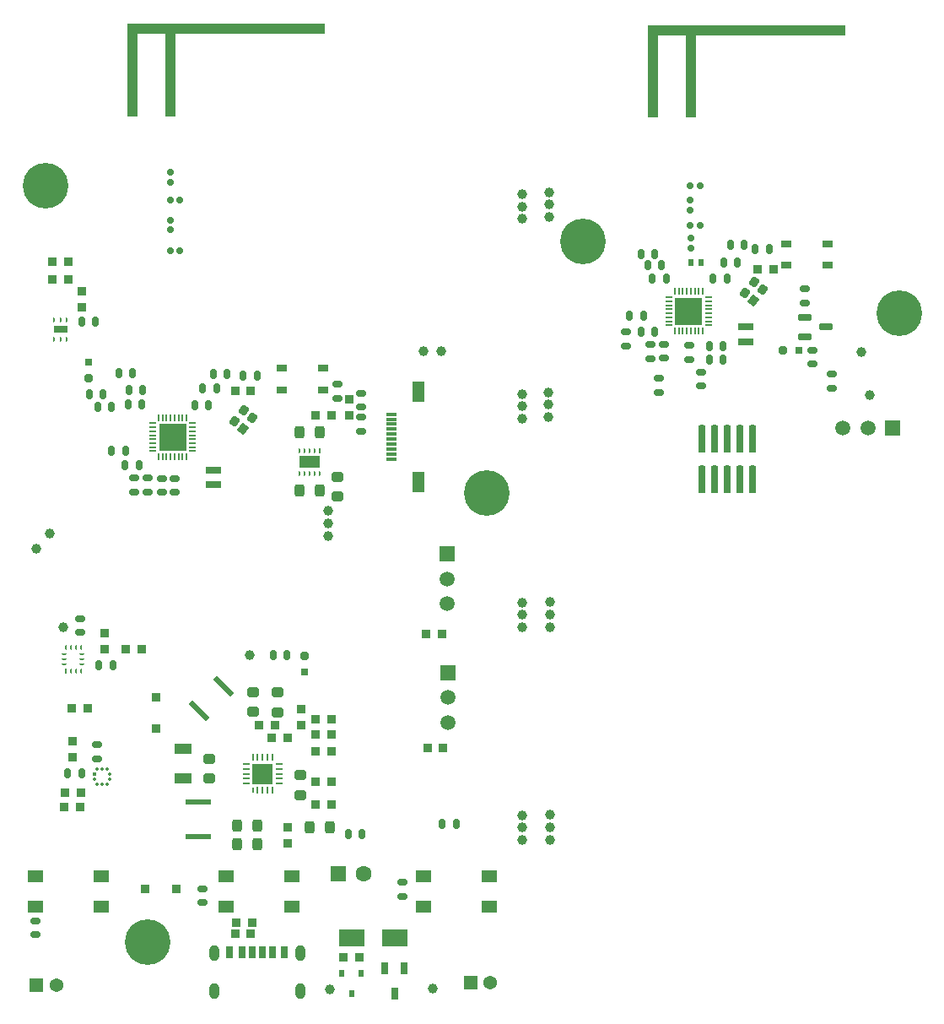
<source format=gbr>
G04*
G04 #@! TF.GenerationSoftware,Altium Limited,Altium Designer,24.10.1 (45)*
G04*
G04 Layer_Color=255*
%FSLAX44Y44*%
%MOMM*%
G71*
G04*
G04 #@! TF.SameCoordinates,58AE560C-37F5-4C9B-8F18-908462E99DB1*
G04*
G04*
G04 #@! TF.FilePolarity,Positive*
G04*
G01*
G75*
G04:AMPARAMS|DCode=26|XSize=0.25mm|YSize=0.5mm|CornerRadius=0.0625mm|HoleSize=0mm|Usage=FLASHONLY|Rotation=0.000|XOffset=0mm|YOffset=0mm|HoleType=Round|Shape=RoundedRectangle|*
%AMROUNDEDRECTD26*
21,1,0.2500,0.3750,0,0,0.0*
21,1,0.1250,0.5000,0,0,0.0*
1,1,0.1250,0.0625,-0.1875*
1,1,0.1250,-0.0625,-0.1875*
1,1,0.1250,-0.0625,0.1875*
1,1,0.1250,0.0625,0.1875*
%
%ADD26ROUNDEDRECTD26*%
%ADD27R,1.3500X0.6500*%
%ADD28C,1.0000*%
G04:AMPARAMS|DCode=29|XSize=1.3mm|YSize=0.6mm|CornerRadius=0.075mm|HoleSize=0mm|Usage=FLASHONLY|Rotation=0.000|XOffset=0mm|YOffset=0mm|HoleType=Round|Shape=RoundedRectangle|*
%AMROUNDEDRECTD29*
21,1,1.3000,0.4500,0,0,0.0*
21,1,1.1500,0.6000,0,0,0.0*
1,1,0.1500,0.5750,-0.2250*
1,1,0.1500,-0.5750,-0.2250*
1,1,0.1500,-0.5750,0.2250*
1,1,0.1500,0.5750,0.2250*
%
%ADD29ROUNDEDRECTD29*%
G04:AMPARAMS|DCode=30|XSize=0.6mm|YSize=0.7mm|CornerRadius=0.15mm|HoleSize=0mm|Usage=FLASHONLY|Rotation=0.000|XOffset=0mm|YOffset=0mm|HoleType=Round|Shape=RoundedRectangle|*
%AMROUNDEDRECTD30*
21,1,0.6000,0.4000,0,0,0.0*
21,1,0.3000,0.7000,0,0,0.0*
1,1,0.3000,0.1500,-0.2000*
1,1,0.3000,-0.1500,-0.2000*
1,1,0.3000,-0.1500,0.2000*
1,1,0.3000,0.1500,0.2000*
%
%ADD30ROUNDEDRECTD30*%
G04:AMPARAMS|DCode=31|XSize=0.7mm|YSize=1mm|CornerRadius=0.175mm|HoleSize=0mm|Usage=FLASHONLY|Rotation=90.000|XOffset=0mm|YOffset=0mm|HoleType=Round|Shape=RoundedRectangle|*
%AMROUNDEDRECTD31*
21,1,0.7000,0.6500,0,0,90.0*
21,1,0.3500,1.0000,0,0,90.0*
1,1,0.3500,0.3250,0.1750*
1,1,0.3500,0.3250,-0.1750*
1,1,0.3500,-0.3250,-0.1750*
1,1,0.3500,-0.3250,0.1750*
%
%ADD31ROUNDEDRECTD31*%
%ADD32R,0.2500X0.5000*%
G04:AMPARAMS|DCode=33|XSize=0.5mm|YSize=0.25mm|CornerRadius=0.0625mm|HoleSize=0mm|Usage=FLASHONLY|Rotation=270.000|XOffset=0mm|YOffset=0mm|HoleType=Round|Shape=RoundedRectangle|*
%AMROUNDEDRECTD33*
21,1,0.5000,0.1250,0,0,270.0*
21,1,0.3750,0.2500,0,0,270.0*
1,1,0.1250,-0.0625,-0.1875*
1,1,0.1250,-0.0625,0.1875*
1,1,0.1250,0.0625,0.1875*
1,1,0.1250,0.0625,-0.1875*
%
%ADD33ROUNDEDRECTD33*%
%ADD34R,2.0000X1.2000*%
G04:AMPARAMS|DCode=35|XSize=1.2mm|YSize=1mm|CornerRadius=0.25mm|HoleSize=0mm|Usage=FLASHONLY|Rotation=90.000|XOffset=0mm|YOffset=0mm|HoleType=Round|Shape=RoundedRectangle|*
%AMROUNDEDRECTD35*
21,1,1.2000,0.5000,0,0,90.0*
21,1,0.7000,1.0000,0,0,90.0*
1,1,0.5000,0.2500,0.3500*
1,1,0.5000,0.2500,-0.3500*
1,1,0.5000,-0.2500,-0.3500*
1,1,0.5000,-0.2500,0.3500*
%
%ADD35ROUNDEDRECTD35*%
G04:AMPARAMS|DCode=36|XSize=1.2mm|YSize=1mm|CornerRadius=0.25mm|HoleSize=0mm|Usage=FLASHONLY|Rotation=180.000|XOffset=0mm|YOffset=0mm|HoleType=Round|Shape=RoundedRectangle|*
%AMROUNDEDRECTD36*
21,1,1.2000,0.5000,0,0,180.0*
21,1,0.7000,1.0000,0,0,180.0*
1,1,0.5000,-0.3500,0.2500*
1,1,0.5000,0.3500,0.2500*
1,1,0.5000,0.3500,-0.2500*
1,1,0.5000,-0.3500,-0.2500*
%
%ADD36ROUNDEDRECTD36*%
G04:AMPARAMS|DCode=37|XSize=0.9mm|YSize=0.9mm|CornerRadius=0.225mm|HoleSize=0mm|Usage=FLASHONLY|Rotation=90.000|XOffset=0mm|YOffset=0mm|HoleType=Round|Shape=RoundedRectangle|*
%AMROUNDEDRECTD37*
21,1,0.9000,0.4500,0,0,90.0*
21,1,0.4500,0.9000,0,0,90.0*
1,1,0.4500,0.2250,0.2250*
1,1,0.4500,0.2250,-0.2250*
1,1,0.4500,-0.2250,-0.2250*
1,1,0.4500,-0.2250,0.2250*
%
%ADD37ROUNDEDRECTD37*%
G04:AMPARAMS|DCode=38|XSize=0.9mm|YSize=0.9mm|CornerRadius=0.225mm|HoleSize=0mm|Usage=FLASHONLY|Rotation=0.000|XOffset=0mm|YOffset=0mm|HoleType=Round|Shape=RoundedRectangle|*
%AMROUNDEDRECTD38*
21,1,0.9000,0.4500,0,0,0.0*
21,1,0.4500,0.9000,0,0,0.0*
1,1,0.4500,0.2250,-0.2250*
1,1,0.4500,-0.2250,-0.2250*
1,1,0.4500,-0.2250,0.2250*
1,1,0.4500,0.2250,0.2250*
%
%ADD38ROUNDEDRECTD38*%
G04:AMPARAMS|DCode=39|XSize=0.22mm|YSize=0.76mm|CornerRadius=0.055mm|HoleSize=0mm|Usage=FLASHONLY|Rotation=180.000|XOffset=0mm|YOffset=0mm|HoleType=Round|Shape=RoundedRectangle|*
%AMROUNDEDRECTD39*
21,1,0.2200,0.6500,0,0,180.0*
21,1,0.1100,0.7600,0,0,180.0*
1,1,0.1100,-0.0550,0.3250*
1,1,0.1100,0.0550,0.3250*
1,1,0.1100,0.0550,-0.3250*
1,1,0.1100,-0.0550,-0.3250*
%
%ADD39ROUNDEDRECTD39*%
%ADD40R,0.2200X0.7600*%
G04:AMPARAMS|DCode=41|XSize=0.22mm|YSize=0.76mm|CornerRadius=0.055mm|HoleSize=0mm|Usage=FLASHONLY|Rotation=270.000|XOffset=0mm|YOffset=0mm|HoleType=Round|Shape=RoundedRectangle|*
%AMROUNDEDRECTD41*
21,1,0.2200,0.6500,0,0,270.0*
21,1,0.1100,0.7600,0,0,270.0*
1,1,0.1100,-0.3250,-0.0550*
1,1,0.1100,-0.3250,0.0550*
1,1,0.1100,0.3250,0.0550*
1,1,0.1100,0.3250,-0.0550*
%
%ADD41ROUNDEDRECTD41*%
%ADD42R,0.7600X0.2200*%
%ADD43R,0.8000X0.8000*%
G04:AMPARAMS|DCode=44|XSize=0.8mm|YSize=0.8mm|CornerRadius=0.2mm|HoleSize=0mm|Usage=FLASHONLY|Rotation=270.000|XOffset=0mm|YOffset=0mm|HoleType=Round|Shape=RoundedRectangle|*
%AMROUNDEDRECTD44*
21,1,0.8000,0.4000,0,0,270.0*
21,1,0.4000,0.8000,0,0,270.0*
1,1,0.4000,-0.2000,-0.2000*
1,1,0.4000,-0.2000,0.2000*
1,1,0.4000,0.2000,0.2000*
1,1,0.4000,0.2000,-0.2000*
%
%ADD44ROUNDEDRECTD44*%
G04:AMPARAMS|DCode=45|XSize=0.7mm|YSize=1mm|CornerRadius=0.175mm|HoleSize=0mm|Usage=FLASHONLY|Rotation=0.000|XOffset=0mm|YOffset=0mm|HoleType=Round|Shape=RoundedRectangle|*
%AMROUNDEDRECTD45*
21,1,0.7000,0.6500,0,0,0.0*
21,1,0.3500,1.0000,0,0,0.0*
1,1,0.3500,0.1750,-0.3250*
1,1,0.3500,-0.1750,-0.3250*
1,1,0.3500,-0.1750,0.3250*
1,1,0.3500,0.1750,0.3250*
%
%ADD45ROUNDEDRECTD45*%
%ADD46R,1.5000X0.8000*%
%ADD47R,0.6000X0.7000*%
%ADD48R,1.0414X0.6604*%
G04:AMPARAMS|DCode=49|XSize=0.6mm|YSize=0.7mm|CornerRadius=0.15mm|HoleSize=0mm|Usage=FLASHONLY|Rotation=90.000|XOffset=0mm|YOffset=0mm|HoleType=Round|Shape=RoundedRectangle|*
%AMROUNDEDRECTD49*
21,1,0.6000,0.4000,0,0,90.0*
21,1,0.3000,0.7000,0,0,90.0*
1,1,0.3000,0.2000,0.1500*
1,1,0.3000,0.2000,-0.1500*
1,1,0.3000,-0.2000,-0.1500*
1,1,0.3000,-0.2000,0.1500*
%
%ADD49ROUNDEDRECTD49*%
G04:AMPARAMS|DCode=50|XSize=0.85mm|YSize=0.95mm|CornerRadius=0.2125mm|HoleSize=0mm|Usage=FLASHONLY|Rotation=140.000|XOffset=0mm|YOffset=0mm|HoleType=Round|Shape=RoundedRectangle|*
%AMROUNDEDRECTD50*
21,1,0.8500,0.5250,0,0,140.0*
21,1,0.4250,0.9500,0,0,140.0*
1,1,0.4250,0.0060,0.3377*
1,1,0.4250,0.3315,0.0645*
1,1,0.4250,-0.0060,-0.3377*
1,1,0.4250,-0.3315,-0.0645*
%
%ADD50ROUNDEDRECTD50*%
G04:AMPARAMS|DCode=51|XSize=0.85mm|YSize=0.95mm|CornerRadius=0mm|HoleSize=0mm|Usage=FLASHONLY|Rotation=140.000|XOffset=0mm|YOffset=0mm|HoleType=Round|Shape=Rectangle|*
%AMROTATEDRECTD51*
4,1,4,0.6309,0.0907,0.0202,-0.6371,-0.6309,-0.0907,-0.0202,0.6371,0.6309,0.0907,0.0*
%
%ADD51ROTATEDRECTD51*%

G04:AMPARAMS|DCode=52|XSize=2.794mm|YSize=0.7366mm|CornerRadius=0.1842mm|HoleSize=0mm|Usage=FLASHONLY|Rotation=270.000|XOffset=0mm|YOffset=0mm|HoleType=Round|Shape=RoundedRectangle|*
%AMROUNDEDRECTD52*
21,1,2.7940,0.3683,0,0,270.0*
21,1,2.4257,0.7366,0,0,270.0*
1,1,0.3683,-0.1842,-1.2129*
1,1,0.3683,-0.1842,1.2129*
1,1,0.3683,0.1842,1.2129*
1,1,0.3683,0.1842,-1.2129*
%
%ADD52ROUNDEDRECTD52*%
%ADD53R,0.8000X1.2000*%
%ADD54R,0.7600X1.2000*%
%ADD55R,0.7000X1.2000*%
G04:AMPARAMS|DCode=56|XSize=0.6mm|YSize=0.24mm|CornerRadius=0.03mm|HoleSize=0mm|Usage=FLASHONLY|Rotation=180.000|XOffset=0mm|YOffset=0mm|HoleType=Round|Shape=RoundedRectangle|*
%AMROUNDEDRECTD56*
21,1,0.6000,0.1800,0,0,180.0*
21,1,0.5400,0.2400,0,0,180.0*
1,1,0.0600,-0.2700,0.0900*
1,1,0.0600,0.2700,0.0900*
1,1,0.0600,0.2700,-0.0900*
1,1,0.0600,-0.2700,-0.0900*
%
%ADD56ROUNDEDRECTD56*%
G04:AMPARAMS|DCode=57|XSize=0.6mm|YSize=0.24mm|CornerRadius=0.03mm|HoleSize=0mm|Usage=FLASHONLY|Rotation=90.000|XOffset=0mm|YOffset=0mm|HoleType=Round|Shape=RoundedRectangle|*
%AMROUNDEDRECTD57*
21,1,0.6000,0.1800,0,0,90.0*
21,1,0.5400,0.2400,0,0,90.0*
1,1,0.0600,0.0900,0.2700*
1,1,0.0600,0.0900,-0.2700*
1,1,0.0600,-0.0900,-0.2700*
1,1,0.0600,-0.0900,0.2700*
%
%ADD57ROUNDEDRECTD57*%
%ADD58R,0.2400X0.6000*%
%ADD59R,1.3000X2.0000*%
%ADD60R,1.0000X0.3000*%
%ADD61R,2.6500X1.7500*%
%ADD62R,1.8034X1.1176*%
G04:AMPARAMS|DCode=63|XSize=0.3mm|YSize=0.3249mm|CornerRadius=0.075mm|HoleSize=0mm|Usage=FLASHONLY|Rotation=180.000|XOffset=0mm|YOffset=0mm|HoleType=Round|Shape=RoundedRectangle|*
%AMROUNDEDRECTD63*
21,1,0.3000,0.1749,0,0,180.0*
21,1,0.1500,0.3249,0,0,180.0*
1,1,0.1500,-0.0750,0.0874*
1,1,0.1500,0.0750,0.0874*
1,1,0.1500,0.0750,-0.0874*
1,1,0.1500,-0.0750,-0.0874*
%
%ADD63ROUNDEDRECTD63*%
G04:AMPARAMS|DCode=64|XSize=0.3mm|YSize=0.3249mm|CornerRadius=0.075mm|HoleSize=0mm|Usage=FLASHONLY|Rotation=270.000|XOffset=0mm|YOffset=0mm|HoleType=Round|Shape=RoundedRectangle|*
%AMROUNDEDRECTD64*
21,1,0.3000,0.1749,0,0,270.0*
21,1,0.1500,0.3249,0,0,270.0*
1,1,0.1500,-0.0874,-0.0750*
1,1,0.1500,-0.0874,0.0750*
1,1,0.1500,0.0874,0.0750*
1,1,0.1500,0.0874,-0.0750*
%
%ADD64ROUNDEDRECTD64*%
%ADD65R,0.3249X0.3000*%
%ADD66R,1.5000X1.2000*%
%ADD67R,0.8000X0.8000*%
G04:AMPARAMS|DCode=68|XSize=0.8mm|YSize=0.8mm|CornerRadius=0.2mm|HoleSize=0mm|Usage=FLASHONLY|Rotation=0.000|XOffset=0mm|YOffset=0mm|HoleType=Round|Shape=RoundedRectangle|*
%AMROUNDEDRECTD68*
21,1,0.8000,0.4000,0,0,0.0*
21,1,0.4000,0.8000,0,0,0.0*
1,1,0.4000,0.2000,-0.2000*
1,1,0.4000,-0.2000,-0.2000*
1,1,0.4000,-0.2000,0.2000*
1,1,0.4000,0.2000,0.2000*
%
%ADD68ROUNDEDRECTD68*%
%ADD69R,0.9000X0.9500*%
%ADD70R,0.6500X1.1500*%
G04:AMPARAMS|DCode=72|XSize=0.475mm|YSize=0.25mm|CornerRadius=0.0625mm|HoleSize=0mm|Usage=FLASHONLY|Rotation=180.000|XOffset=0mm|YOffset=0mm|HoleType=Round|Shape=RoundedRectangle|*
%AMROUNDEDRECTD72*
21,1,0.4750,0.1250,0,0,180.0*
21,1,0.3500,0.2500,0,0,180.0*
1,1,0.1250,-0.1750,0.0625*
1,1,0.1250,0.1750,0.0625*
1,1,0.1250,0.1750,-0.0625*
1,1,0.1250,-0.1750,-0.0625*
%
%ADD72ROUNDEDRECTD72*%
G04:AMPARAMS|DCode=73|XSize=0.475mm|YSize=0.25mm|CornerRadius=0.0625mm|HoleSize=0mm|Usage=FLASHONLY|Rotation=90.000|XOffset=0mm|YOffset=0mm|HoleType=Round|Shape=RoundedRectangle|*
%AMROUNDEDRECTD73*
21,1,0.4750,0.1250,0,0,90.0*
21,1,0.3500,0.2500,0,0,90.0*
1,1,0.1250,0.0625,0.1750*
1,1,0.1250,0.0625,-0.1750*
1,1,0.1250,-0.0625,-0.1750*
1,1,0.1250,-0.0625,0.1750*
%
%ADD73ROUNDEDRECTD73*%
G04:AMPARAMS|DCode=74|XSize=0.475mm|YSize=0.25mm|CornerRadius=0.0625mm|HoleSize=0mm|Usage=FLASHONLY|Rotation=90.000|XOffset=0mm|YOffset=0mm|HoleType=Round|Shape=RoundedRectangle|*
%AMROUNDEDRECTD74*
21,1,0.4750,0.1250,0,0,90.0*
21,1,0.3500,0.2500,0,0,90.0*
1,1,0.1250,0.0625,0.1750*
1,1,0.1250,0.0625,-0.1750*
1,1,0.1250,-0.0625,-0.1750*
1,1,0.1250,-0.0625,0.1750*
%
%ADD74ROUNDEDRECTD74*%
%ADD75R,0.2500X0.4750*%
%ADD76R,0.9500X0.9000*%
G04:AMPARAMS|DCode=137|XSize=0.5mm|YSize=2.5mm|CornerRadius=0mm|HoleSize=0mm|Usage=FLASHONLY|Rotation=45.000|XOffset=0mm|YOffset=0mm|HoleType=Round|Shape=Rectangle|*
%AMROTATEDRECTD137*
4,1,4,0.7071,-1.0607,-1.0607,0.7071,-0.7071,1.0607,1.0607,-0.7071,0.7071,-1.0607,0.0*
%
%ADD137ROTATEDRECTD137*%

%ADD138R,19.8628X0.9906*%
%ADD139R,1.0160X8.4074*%
%ADD140R,2.8000X2.8000*%
%ADD141R,2.0500X2.0500*%
%ADD142R,2.5000X0.5000*%
%ADD145C,4.5720*%
%ADD146R,1.3680X1.3680*%
%ADD147C,1.3680*%
%ADD148R,1.5080X1.5080*%
%ADD149C,1.5080*%
%ADD150O,1.0000X1.6000*%
%ADD151C,1.6000*%
%ADD152R,1.6000X1.6000*%
%ADD153R,1.5080X1.5080*%
D26*
X60094Y707644D02*
D03*
X53594D02*
D03*
X47094D02*
D03*
X60094Y688644D02*
D03*
X53594D02*
D03*
X47094D02*
D03*
D27*
X53594Y698144D02*
D03*
D28*
X417830Y676910D02*
D03*
X322580Y503682D02*
D03*
X857250Y675386D02*
D03*
X865886Y632714D02*
D03*
X322326Y516128D02*
D03*
X56134Y399796D02*
D03*
X29718Y478028D02*
D03*
X43180Y493268D02*
D03*
X243840Y371856D02*
D03*
X427228Y37338D02*
D03*
X324358Y36830D02*
D03*
X322326Y491236D02*
D03*
X435951Y676910D02*
D03*
X543564Y610434D02*
D03*
Y622880D02*
D03*
Y635072D02*
D03*
X543814Y823468D02*
D03*
Y835660D02*
D03*
Y811022D02*
D03*
X516890Y211074D02*
D03*
Y198882D02*
D03*
Y186436D02*
D03*
X544830Y186690D02*
D03*
Y199136D02*
D03*
Y211328D02*
D03*
X516890Y424434D02*
D03*
Y412242D02*
D03*
Y399796D02*
D03*
X544830Y400050D02*
D03*
Y412496D02*
D03*
Y424688D02*
D03*
X516640Y633294D02*
D03*
Y621102D02*
D03*
Y608656D02*
D03*
X516890Y809244D02*
D03*
Y821690D02*
D03*
Y833882D02*
D03*
D29*
X800522Y710286D02*
D03*
Y691286D02*
D03*
X821522Y700786D02*
D03*
D30*
X695626Y842264D02*
D03*
X685626D02*
D03*
X695880Y802894D02*
D03*
X685880D02*
D03*
X163656Y828040D02*
D03*
X173656D02*
D03*
X163656Y777240D02*
D03*
X173656D02*
D03*
D31*
X355346Y596250D02*
D03*
Y610250D02*
D03*
X808370Y663560D02*
D03*
Y677560D02*
D03*
X684926Y668386D02*
D03*
Y682386D02*
D03*
X653796Y635112D02*
D03*
Y649112D02*
D03*
X658876Y669656D02*
D03*
Y683656D02*
D03*
X645414Y669148D02*
D03*
Y683148D02*
D03*
X828040Y639684D02*
D03*
Y653684D02*
D03*
X696214Y641462D02*
D03*
Y655462D02*
D03*
X800242Y725028D02*
D03*
Y739028D02*
D03*
X621172Y681848D02*
D03*
Y695848D02*
D03*
X195834Y123302D02*
D03*
Y137302D02*
D03*
X331216Y643270D02*
D03*
Y629270D02*
D03*
X355346Y620380D02*
D03*
Y634380D02*
D03*
X155448Y535036D02*
D03*
Y549036D02*
D03*
X167894Y535036D02*
D03*
Y549036D02*
D03*
X140970Y535290D02*
D03*
Y549290D02*
D03*
X127254Y535290D02*
D03*
Y549290D02*
D03*
X73406Y408320D02*
D03*
Y394320D02*
D03*
X90170Y267574D02*
D03*
Y281574D02*
D03*
X28448Y91298D02*
D03*
Y105298D02*
D03*
X396494Y143652D02*
D03*
Y129652D02*
D03*
D32*
X313784Y576904D02*
D03*
D33*
X308784D02*
D03*
X303784D02*
D03*
X298784D02*
D03*
X293784D02*
D03*
Y553904D02*
D03*
X298784D02*
D03*
X303784D02*
D03*
X308784D02*
D03*
X313784D02*
D03*
D34*
X303784Y565404D02*
D03*
D35*
X313784Y536702D02*
D03*
X293784D02*
D03*
X313784Y595376D02*
D03*
X293784D02*
D03*
X323690Y199390D02*
D03*
X303690D02*
D03*
X231046Y200660D02*
D03*
X251046D02*
D03*
X250792Y182372D02*
D03*
X230792D02*
D03*
D36*
X331216Y550512D02*
D03*
Y530512D02*
D03*
X271272Y314358D02*
D03*
Y334358D02*
D03*
X246888Y314612D02*
D03*
Y334612D02*
D03*
X203200Y267810D02*
D03*
Y247810D02*
D03*
X294640Y231300D02*
D03*
Y251300D02*
D03*
D37*
X325246Y612394D02*
D03*
X309246D02*
D03*
X769492Y758952D02*
D03*
X753492D02*
D03*
X421768Y278384D02*
D03*
X437768D02*
D03*
X436244Y392938D02*
D03*
X420244D02*
D03*
X61594Y766572D02*
D03*
X45594D02*
D03*
X45086Y748284D02*
D03*
X61086D02*
D03*
X252604Y301752D02*
D03*
X268604D02*
D03*
X309500Y292354D02*
D03*
X325500D02*
D03*
X309500Y307086D02*
D03*
X325500D02*
D03*
X265304Y288798D02*
D03*
X281304D02*
D03*
X244728Y637032D02*
D03*
X228728D02*
D03*
X228728Y92202D02*
D03*
X244728D02*
D03*
X229744Y103632D02*
D03*
X245744D02*
D03*
X337694Y68580D02*
D03*
X353694D02*
D03*
X309500Y222250D02*
D03*
X325500D02*
D03*
X309500Y245110D02*
D03*
X325500D02*
D03*
X325500Y275590D02*
D03*
X309500D02*
D03*
X119254Y377698D02*
D03*
X135254D02*
D03*
X65152Y318770D02*
D03*
X81152D02*
D03*
X73658Y219456D02*
D03*
X57658D02*
D03*
X73786Y233426D02*
D03*
X57786D02*
D03*
D38*
X343154Y612268D02*
D03*
Y628268D02*
D03*
X75438Y736980D02*
D03*
Y720980D02*
D03*
X295148Y301372D02*
D03*
Y317372D02*
D03*
X281432Y198754D02*
D03*
Y182754D02*
D03*
X98044Y393826D02*
D03*
Y377826D02*
D03*
X65786Y269368D02*
D03*
Y285368D02*
D03*
D39*
X698196Y696646D02*
D03*
X670196D02*
D03*
Y736346D02*
D03*
X698196D02*
D03*
X180078Y570352D02*
D03*
X152078D02*
D03*
Y610052D02*
D03*
X180078D02*
D03*
D40*
X694196Y696646D02*
D03*
X690196D02*
D03*
X686196D02*
D03*
X682196D02*
D03*
X678196D02*
D03*
X674196D02*
D03*
Y736346D02*
D03*
X678196D02*
D03*
X682196D02*
D03*
X686196D02*
D03*
X690196D02*
D03*
X694196D02*
D03*
X176078Y570352D02*
D03*
X172078D02*
D03*
X168078D02*
D03*
X164078D02*
D03*
X160078D02*
D03*
X156078D02*
D03*
Y610052D02*
D03*
X160078D02*
D03*
X164078D02*
D03*
X168078D02*
D03*
X172078D02*
D03*
X176078D02*
D03*
D41*
X664346Y702496D02*
D03*
Y730496D02*
D03*
X704046D02*
D03*
Y702496D02*
D03*
X146228Y576202D02*
D03*
Y604202D02*
D03*
X185928D02*
D03*
Y576202D02*
D03*
D42*
X664346Y706496D02*
D03*
Y714496D02*
D03*
Y718496D02*
D03*
Y722496D02*
D03*
Y726496D02*
D03*
X704046D02*
D03*
Y722496D02*
D03*
Y718496D02*
D03*
Y714496D02*
D03*
Y710496D02*
D03*
Y706496D02*
D03*
X664346Y710496D02*
D03*
X146228Y580202D02*
D03*
Y588202D02*
D03*
Y592202D02*
D03*
Y596202D02*
D03*
Y600202D02*
D03*
X185928D02*
D03*
Y596202D02*
D03*
Y592202D02*
D03*
Y588202D02*
D03*
Y584202D02*
D03*
Y580202D02*
D03*
X146228Y584202D02*
D03*
D43*
X794780Y677672D02*
D03*
D44*
X778780D02*
D03*
D45*
X718596Y681736D02*
D03*
X704596D02*
D03*
X636016Y695706D02*
D03*
X650016D02*
D03*
X708772Y749046D02*
D03*
X722772D02*
D03*
X733186Y765302D02*
D03*
X719186D02*
D03*
X726044Y783336D02*
D03*
X740044D02*
D03*
X750936Y779018D02*
D03*
X764936D02*
D03*
X718596Y667766D02*
D03*
X704596D02*
D03*
X624952Y711962D02*
D03*
X638952D02*
D03*
X647812Y749554D02*
D03*
X661812D02*
D03*
X650128Y774192D02*
D03*
X636128D02*
D03*
X642986Y762508D02*
D03*
X656986D02*
D03*
X356504Y192532D02*
D03*
X342504D02*
D03*
X436738Y202184D02*
D03*
X450738D02*
D03*
X210342Y639318D02*
D03*
X196342D02*
D03*
X206756Y653796D02*
D03*
X220756D02*
D03*
X202326Y622300D02*
D03*
X188326D02*
D03*
X251094Y652272D02*
D03*
X237094D02*
D03*
X61072Y252984D02*
D03*
X75072D02*
D03*
X106060Y361696D02*
D03*
X92060D02*
D03*
X118222Y562356D02*
D03*
X132222D02*
D03*
X105014Y576580D02*
D03*
X119014D02*
D03*
X121524Y623570D02*
D03*
X135524D02*
D03*
X126177Y654307D02*
D03*
X112177D02*
D03*
X122174Y637286D02*
D03*
X136174D02*
D03*
X104790Y620268D02*
D03*
X90790D02*
D03*
X96408Y633222D02*
D03*
X82408D02*
D03*
X88788Y706120D02*
D03*
X74788D02*
D03*
X281066Y371348D02*
D03*
X267066D02*
D03*
D46*
X741060Y686174D02*
D03*
Y701174D02*
D03*
X207010Y542410D02*
D03*
Y557410D02*
D03*
D47*
X696134Y765556D02*
D03*
X686134D02*
D03*
X336194Y52164D02*
D03*
X355194D02*
D03*
X345694Y32164D02*
D03*
D48*
X781636Y784180D02*
D03*
Y762680D02*
D03*
X823136Y784180D02*
D03*
Y762680D02*
D03*
X317168Y637712D02*
D03*
Y659212D02*
D03*
X275668Y637712D02*
D03*
Y659212D02*
D03*
D49*
X685800Y828214D02*
D03*
Y818214D02*
D03*
X686054Y789606D02*
D03*
Y779606D02*
D03*
X163830Y808148D02*
D03*
Y798148D02*
D03*
Y856154D02*
D03*
Y846154D02*
D03*
D50*
X740156Y734822D02*
D03*
X749476Y745930D02*
D03*
X758286Y738538D02*
D03*
X246047Y609934D02*
D03*
X237237Y617326D02*
D03*
X227917Y606218D02*
D03*
D51*
X748966Y727430D02*
D03*
X236727Y598826D02*
D03*
D52*
X747776Y588772D02*
D03*
Y548132D02*
D03*
X735076Y588772D02*
D03*
Y548132D02*
D03*
X722376Y588772D02*
D03*
Y548132D02*
D03*
X709676Y588772D02*
D03*
Y548132D02*
D03*
X696976Y588772D02*
D03*
Y548132D02*
D03*
D53*
X223452Y73980D02*
D03*
X278452D02*
D03*
D54*
X235752D02*
D03*
X266152D02*
D03*
D55*
X245952D02*
D03*
X255952D02*
D03*
D56*
X273040Y242740D02*
D03*
Y247740D02*
D03*
Y252740D02*
D03*
Y257740D02*
D03*
Y262740D02*
D03*
X240040D02*
D03*
Y257740D02*
D03*
Y252740D02*
D03*
Y247740D02*
D03*
Y242740D02*
D03*
D57*
X266540Y269240D02*
D03*
X261540D02*
D03*
X256540D02*
D03*
X251540D02*
D03*
X246540D02*
D03*
X251540Y236240D02*
D03*
X256540D02*
D03*
X261540D02*
D03*
X266540D02*
D03*
D58*
X246540D02*
D03*
D59*
X412964Y636304D02*
D03*
Y545304D02*
D03*
D60*
X385964Y613304D02*
D03*
Y608304D02*
D03*
Y603304D02*
D03*
Y598304D02*
D03*
Y593304D02*
D03*
Y588304D02*
D03*
Y583304D02*
D03*
Y578304D02*
D03*
Y573304D02*
D03*
Y568304D02*
D03*
D61*
X389292Y88392D02*
D03*
X346292D02*
D03*
D62*
X176530Y247904D02*
D03*
Y277876D02*
D03*
D63*
X90424Y257810D02*
D03*
X100424D02*
D03*
X95424D02*
D03*
X100424Y242310D02*
D03*
X95424D02*
D03*
X90424D02*
D03*
D64*
X102924Y247560D02*
D03*
X87924D02*
D03*
X102924Y252560D02*
D03*
D65*
X87924D02*
D03*
D66*
X94468Y119620D02*
D03*
X28468Y149620D02*
D03*
Y119620D02*
D03*
X94468Y149620D02*
D03*
X285730Y119620D02*
D03*
X219730Y149620D02*
D03*
Y119620D02*
D03*
X285730Y149620D02*
D03*
X484358Y119620D02*
D03*
X418358Y149620D02*
D03*
Y119620D02*
D03*
X484358Y149620D02*
D03*
D67*
X81788Y665352D02*
D03*
X298958Y354966D02*
D03*
D68*
X81788Y649352D02*
D03*
X298958Y370966D02*
D03*
D69*
X138428Y137160D02*
D03*
X169928D02*
D03*
D70*
X388874Y31954D02*
D03*
X379374Y57454D02*
D03*
X398374D02*
D03*
D72*
X75419Y372538D02*
D03*
Y362538D02*
D03*
Y367538D02*
D03*
X57169Y372538D02*
D03*
Y362538D02*
D03*
Y367538D02*
D03*
D73*
X58794Y379163D02*
D03*
D74*
X73794D02*
D03*
X68794D02*
D03*
X63794D02*
D03*
X73794Y355913D02*
D03*
X68794D02*
D03*
X63794D02*
D03*
D75*
X58794D02*
D03*
D76*
X149860Y297940D02*
D03*
Y329440D02*
D03*
D137*
X217712Y340394D02*
D03*
X192752Y315434D02*
D03*
D138*
X220218Y999617D02*
D03*
X742442Y998601D02*
D03*
D139*
X163830Y953643D02*
D03*
X125984D02*
D03*
X648208Y952627D02*
D03*
X686054D02*
D03*
D140*
X684196Y716496D02*
D03*
X166078Y590202D02*
D03*
D141*
X256540Y252740D02*
D03*
D142*
X191770Y224660D02*
D03*
Y189360D02*
D03*
D145*
X38354Y842772D02*
D03*
X578358Y786384D02*
D03*
X895096Y714248D02*
D03*
X481076Y534416D02*
D03*
X141478Y83566D02*
D03*
D146*
X464980Y43600D02*
D03*
X29624Y40298D02*
D03*
D147*
X484980Y43600D02*
D03*
X49624Y40298D02*
D03*
D148*
X888854Y599694D02*
D03*
D149*
X863854D02*
D03*
X838854D02*
D03*
X442552Y329184D02*
D03*
Y304184D02*
D03*
X442044Y448056D02*
D03*
Y423056D02*
D03*
D150*
X207752Y73180D02*
D03*
Y35180D02*
D03*
X294152D02*
D03*
Y73180D02*
D03*
D151*
X358140Y152146D02*
D03*
D152*
X332740D02*
D03*
D153*
X442552Y354184D02*
D03*
X442044Y473056D02*
D03*
M02*

</source>
